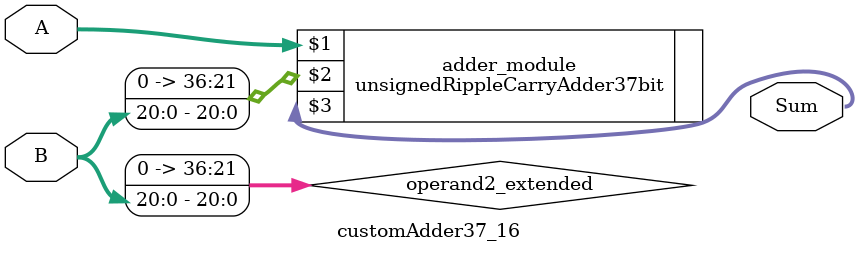
<source format=v>
module customAdder37_16(
                        input [36 : 0] A,
                        input [20 : 0] B,
                        
                        output [37 : 0] Sum
                );

        wire [36 : 0] operand2_extended;
        
        assign operand2_extended =  {16'b0, B};
        
        unsignedRippleCarryAdder37bit adder_module(
            A,
            operand2_extended,
            Sum
        );
        
        endmodule
        
</source>
